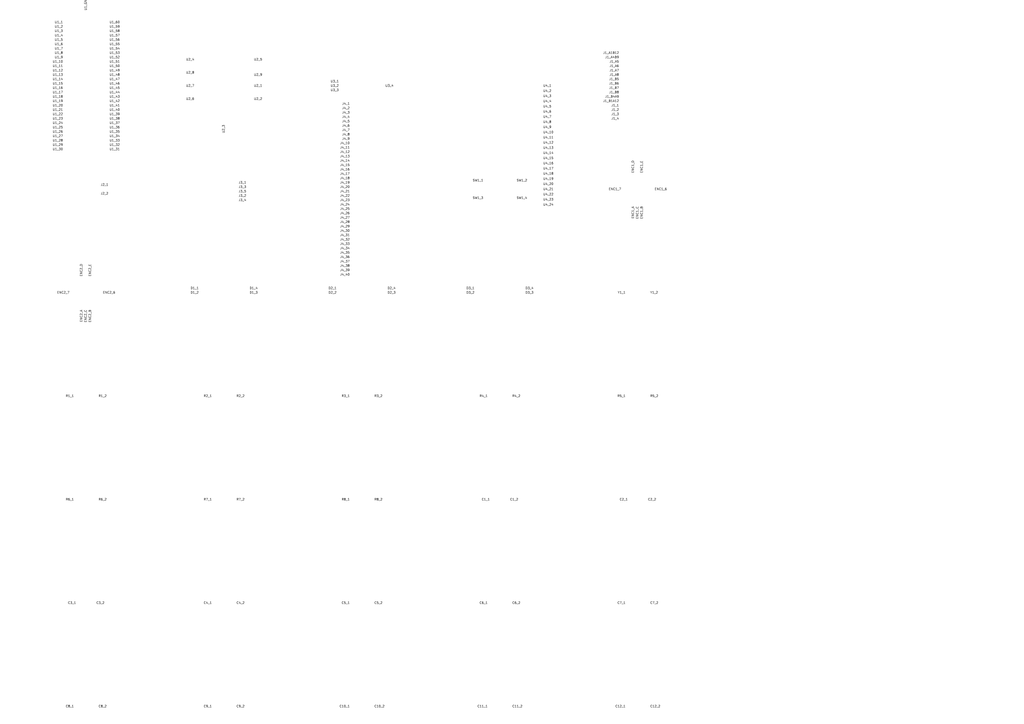
<source format=kicad_sch>
(kicad_sch (version 20231120) (generator "python_generator")
  (uuid "b05c8eee-109b-4124-b7a3-ad8ece115940")
  (paper "A2")
  (title_block
    (title "ESP32-S3 Radio Receiver - All Pins Labeled")
    (date "2025-12-16")
    (rev "1.0")
    (comment 1 "Generated with net labels on every pin")
  )
  (lib_symbols)

  (symbol (lib_id "JLCPCB:ESP32-S3-MINI-1-N8") (at 50.00 50.00 0)
    (uuid "06154c90-ba04-4e03-82ea-d5afb7cec098")
    (property "Reference" "U1" (at 50.00 40.00 0)
      (effects (font (size 1.27 1.27))))
    (property "Value" "ESP32-S3-MINI-1-N8" (at 50.00 60.00 0)
      (effects (font (size 1.27 1.27))))
    (property "Footprint" "JLCPCB:BULETM-SMD_ESP32-S3-MINI-1-N8" (at 50.00 62.00 0)
      (effects (font (size 1.27 1.27)) hide))
    (instances (project "" (path "/" (reference "U1") (unit 1))))
  )
  (label "U1_1" (at 36.57 13.17 180) (fields_autoplaced yes)
    (effects (font (size 1.27 1.27)) (justify right))
    (uuid "be487d76-216e-4033-bd1a-4b3578216d37"))
  (label "U1_2" (at 36.57 15.71 180) (fields_autoplaced yes)
    (effects (font (size 1.27 1.27)) (justify right))
    (uuid "cdc5409c-0414-46c0-9870-a86a263f781c"))
  (label "U1_3" (at 36.57 18.25 180) (fields_autoplaced yes)
    (effects (font (size 1.27 1.27)) (justify right))
    (uuid "325c4963-1cea-48e3-a58c-312e660725f2"))
  (label "U1_4" (at 36.57 20.79 180) (fields_autoplaced yes)
    (effects (font (size 1.27 1.27)) (justify right))
    (uuid "a6c1158e-bddb-4d6d-93b7-e1591bae3d60"))
  (label "U1_5" (at 36.57 23.33 180) (fields_autoplaced yes)
    (effects (font (size 1.27 1.27)) (justify right))
    (uuid "283e520e-fc4d-41c0-a8d9-77a096cc3172"))
  (label "U1_6" (at 36.57 25.87 180) (fields_autoplaced yes)
    (effects (font (size 1.27 1.27)) (justify right))
    (uuid "52186a09-b9d0-44f6-bf3b-6f7af970c58c"))
  (label "U1_7" (at 36.57 28.41 180) (fields_autoplaced yes)
    (effects (font (size 1.27 1.27)) (justify right))
    (uuid "02ca2fa3-263f-4208-a44c-b7cf52b04807"))
  (label "U1_8" (at 36.57 30.95 180) (fields_autoplaced yes)
    (effects (font (size 1.27 1.27)) (justify right))
    (uuid "6c724946-2790-44ab-9c8b-4b8c10f35f34"))
  (label "U1_9" (at 36.57 33.49 180) (fields_autoplaced yes)
    (effects (font (size 1.27 1.27)) (justify right))
    (uuid "29cafcee-d5ad-475f-a654-48f1320cdcae"))
  (label "U1_10" (at 36.57 36.03 180) (fields_autoplaced yes)
    (effects (font (size 1.27 1.27)) (justify right))
    (uuid "91f1c04d-4243-42ab-bb3a-71434144e3f7"))
  (label "U1_11" (at 36.57 38.57 180) (fields_autoplaced yes)
    (effects (font (size 1.27 1.27)) (justify right))
    (uuid "25b0ca0b-8ce8-43ec-ae54-93b1bfb80130"))
  (label "U1_12" (at 36.57 41.11 180) (fields_autoplaced yes)
    (effects (font (size 1.27 1.27)) (justify right))
    (uuid "dd2e8f58-3162-429c-9ac3-f7da90ef6d00"))
  (label "U1_13" (at 36.57 43.65 180) (fields_autoplaced yes)
    (effects (font (size 1.27 1.27)) (justify right))
    (uuid "5f82027e-4908-40c6-ad2a-85a0ba31f543"))
  (label "U1_14" (at 36.57 46.19 180) (fields_autoplaced yes)
    (effects (font (size 1.27 1.27)) (justify right))
    (uuid "ddeb4600-b4c6-46b0-ab4a-1c05bc553a46"))
  (label "U1_15" (at 36.57 48.73 180) (fields_autoplaced yes)
    (effects (font (size 1.27 1.27)) (justify right))
    (uuid "a9e4558b-487e-407a-add8-08d1ba9b28ee"))
  (label "U1_16" (at 36.57 51.27 180) (fields_autoplaced yes)
    (effects (font (size 1.27 1.27)) (justify right))
    (uuid "645e966b-0ee8-4a4e-a725-1a7f8dcd0463"))
  (label "U1_17" (at 36.57 53.81 180) (fields_autoplaced yes)
    (effects (font (size 1.27 1.27)) (justify right))
    (uuid "a59f57fa-14b3-4c06-9a81-896142486379"))
  (label "U1_18" (at 36.57 56.35 180) (fields_autoplaced yes)
    (effects (font (size 1.27 1.27)) (justify right))
    (uuid "6d4cc6cf-dcdd-4b9f-bca9-f8c87c6d8f48"))
  (label "U1_19" (at 36.57 58.89 180) (fields_autoplaced yes)
    (effects (font (size 1.27 1.27)) (justify right))
    (uuid "bbb4f642-5a23-4cd7-bce9-12239fde682e"))
  (label "U1_20" (at 36.57 61.43 180) (fields_autoplaced yes)
    (effects (font (size 1.27 1.27)) (justify right))
    (uuid "ca399d0b-69c8-4b4c-a01b-dd5e0f3da1e1"))
  (label "U1_21" (at 36.57 63.97 180) (fields_autoplaced yes)
    (effects (font (size 1.27 1.27)) (justify right))
    (uuid "2147431e-febd-4ec7-8c10-0f0fd75c8f4a"))
  (label "U1_22" (at 36.57 66.51 180) (fields_autoplaced yes)
    (effects (font (size 1.27 1.27)) (justify right))
    (uuid "28e035ff-8c15-4a6a-9b8c-dfc40741d086"))
  (label "U1_23" (at 36.57 69.05 180) (fields_autoplaced yes)
    (effects (font (size 1.27 1.27)) (justify right))
    (uuid "2fce3cb7-f9ed-4485-835f-c31eb227327b"))
  (label "U1_24" (at 36.57 71.59 180) (fields_autoplaced yes)
    (effects (font (size 1.27 1.27)) (justify right))
    (uuid "9cdb8f1a-af87-4e0e-bb3b-18bfa29af359"))
  (label "U1_25" (at 36.57 74.13 180) (fields_autoplaced yes)
    (effects (font (size 1.27 1.27)) (justify right))
    (uuid "2486ee96-79e3-43a3-b86a-bb47c9f2e5fe"))
  (label "U1_26" (at 36.57 76.67 180) (fields_autoplaced yes)
    (effects (font (size 1.27 1.27)) (justify right))
    (uuid "d70e9c13-a380-42ed-827a-888468123dbd"))
  (label "U1_27" (at 36.57 79.21 180) (fields_autoplaced yes)
    (effects (font (size 1.27 1.27)) (justify right))
    (uuid "cc5d9cd8-68a2-44cb-904d-f09f15b01a4f"))
  (label "U1_28" (at 36.57 81.75 180) (fields_autoplaced yes)
    (effects (font (size 1.27 1.27)) (justify right))
    (uuid "d05cade1-ad2a-4689-a388-c8b8e62bd7b9"))
  (label "U1_29" (at 36.57 84.29 180) (fields_autoplaced yes)
    (effects (font (size 1.27 1.27)) (justify right))
    (uuid "45d3c801-1504-453b-a18d-7c93123d4ad8"))
  (label "U1_30" (at 36.57 86.83 180) (fields_autoplaced yes)
    (effects (font (size 1.27 1.27)) (justify right))
    (uuid "4d1579de-b61d-48f4-8d5e-5787a96aa2dc"))
  (label "U1_31" (at 63.43 86.83 0) (fields_autoplaced yes)
    (effects (font (size 1.27 1.27)) (justify left))
    (uuid "07b8758d-3841-4490-90b6-bd11037c5e86"))
  (label "U1_32" (at 63.43 84.29 0) (fields_autoplaced yes)
    (effects (font (size 1.27 1.27)) (justify left))
    (uuid "3ced08ef-eb62-4b53-92e9-bbe7aa4153e0"))
  (label "U1_33" (at 63.43 81.75 0) (fields_autoplaced yes)
    (effects (font (size 1.27 1.27)) (justify left))
    (uuid "0070e4df-570b-4b8e-bcd4-68de67d81dc1"))
  (label "U1_34" (at 63.43 79.21 0) (fields_autoplaced yes)
    (effects (font (size 1.27 1.27)) (justify left))
    (uuid "08a182a2-64ea-46ff-b85b-58680a1cace8"))
  (label "U1_35" (at 63.43 76.67 0) (fields_autoplaced yes)
    (effects (font (size 1.27 1.27)) (justify left))
    (uuid "5622eafa-46e1-4e38-83cc-9d466175c04c"))
  (label "U1_36" (at 63.43 74.13 0) (fields_autoplaced yes)
    (effects (font (size 1.27 1.27)) (justify left))
    (uuid "372379da-edd6-4470-ad21-954e2a9e0e08"))
  (label "U1_37" (at 63.43 71.59 0) (fields_autoplaced yes)
    (effects (font (size 1.27 1.27)) (justify left))
    (uuid "634aa694-ec56-43d4-bd05-396e3aa06126"))
  (label "U1_38" (at 63.43 69.05 0) (fields_autoplaced yes)
    (effects (font (size 1.27 1.27)) (justify left))
    (uuid "347a582f-7aed-4567-a0b9-23f963a3dc60"))
  (label "U1_39" (at 63.43 66.51 0) (fields_autoplaced yes)
    (effects (font (size 1.27 1.27)) (justify left))
    (uuid "16d6b03a-1807-4810-8446-6abd3054d209"))
  (label "U1_40" (at 63.43 63.97 0) (fields_autoplaced yes)
    (effects (font (size 1.27 1.27)) (justify left))
    (uuid "f47ba46f-7bfd-4be6-ad57-fbf065751b6a"))
  (label "U1_41" (at 63.43 61.43 0) (fields_autoplaced yes)
    (effects (font (size 1.27 1.27)) (justify left))
    (uuid "603b6c75-49ec-485c-9c14-6ff36d8683de"))
  (label "U1_42" (at 63.43 58.89 0) (fields_autoplaced yes)
    (effects (font (size 1.27 1.27)) (justify left))
    (uuid "c59b3f18-42cd-47cc-9c8f-c84671bc0df9"))
  (label "U1_43" (at 63.43 56.35 0) (fields_autoplaced yes)
    (effects (font (size 1.27 1.27)) (justify left))
    (uuid "3e44a4af-1c04-4d42-b805-69c351b3a318"))
  (label "U1_44" (at 63.43 53.81 0) (fields_autoplaced yes)
    (effects (font (size 1.27 1.27)) (justify left))
    (uuid "2f6e5c05-235b-463f-a619-f091f623b0f9"))
  (label "U1_45" (at 63.43 51.27 0) (fields_autoplaced yes)
    (effects (font (size 1.27 1.27)) (justify left))
    (uuid "4516ce82-e5a4-4a8f-9e2b-2b681b6cc20b"))
  (label "U1_46" (at 63.43 48.73 0) (fields_autoplaced yes)
    (effects (font (size 1.27 1.27)) (justify left))
    (uuid "24fc4c60-8dc8-41c5-845e-c79812b4fdeb"))
  (label "U1_47" (at 63.43 46.19 0) (fields_autoplaced yes)
    (effects (font (size 1.27 1.27)) (justify left))
    (uuid "7356b410-ab0b-4e79-b9ce-564b18b68515"))
  (label "U1_48" (at 63.43 43.65 0) (fields_autoplaced yes)
    (effects (font (size 1.27 1.27)) (justify left))
    (uuid "8df014a9-a64d-4a1a-8870-a935e06346ec"))
  (label "U1_49" (at 63.43 41.11 0) (fields_autoplaced yes)
    (effects (font (size 1.27 1.27)) (justify left))
    (uuid "63a7ad25-1cc5-40fe-8f29-bed162f0b99c"))
  (label "U1_50" (at 63.43 38.57 0) (fields_autoplaced yes)
    (effects (font (size 1.27 1.27)) (justify left))
    (uuid "266576ce-b580-40de-92ea-d759d68337a3"))
  (label "U1_51" (at 63.43 36.03 0) (fields_autoplaced yes)
    (effects (font (size 1.27 1.27)) (justify left))
    (uuid "4f3724f4-9174-4614-b988-1d6d1cebeafe"))
  (label "U1_52" (at 63.43 33.49 0) (fields_autoplaced yes)
    (effects (font (size 1.27 1.27)) (justify left))
    (uuid "9eb7d051-4fdc-4f87-85c1-d86a2fa155de"))
  (label "U1_53" (at 63.43 30.95 0) (fields_autoplaced yes)
    (effects (font (size 1.27 1.27)) (justify left))
    (uuid "03583a1f-9b37-4052-969a-8a7121aefa8f"))
  (label "U1_54" (at 63.43 28.41 0) (fields_autoplaced yes)
    (effects (font (size 1.27 1.27)) (justify left))
    (uuid "9e98fe8a-074e-47c2-9097-7a4c3c9d1349"))
  (label "U1_55" (at 63.43 25.87 0) (fields_autoplaced yes)
    (effects (font (size 1.27 1.27)) (justify left))
    (uuid "b895c8e7-fadf-4b83-b5ca-acd16f58e290"))
  (label "U1_56" (at 63.43 23.33 0) (fields_autoplaced yes)
    (effects (font (size 1.27 1.27)) (justify left))
    (uuid "7a6143ea-b719-4817-a183-7a3e79808b02"))
  (label "U1_57" (at 63.43 20.79 0) (fields_autoplaced yes)
    (effects (font (size 1.27 1.27)) (justify left))
    (uuid "ddd97fda-b2ce-40f2-a875-3d89f9da786c"))
  (label "U1_58" (at 63.43 18.25 0) (fields_autoplaced yes)
    (effects (font (size 1.27 1.27)) (justify left))
    (uuid "2a522ebb-eebb-43b9-8dde-c020a1f15881"))
  (label "U1_59" (at 63.43 15.71 0) (fields_autoplaced yes)
    (effects (font (size 1.27 1.27)) (justify left))
    (uuid "17453d92-445f-4af6-921f-77452a2701d5"))
  (label "U1_60" (at 63.43 13.17 0) (fields_autoplaced yes)
    (effects (font (size 1.27 1.27)) (justify left))
    (uuid "16c31e01-851f-4240-b333-6ea5a151a2b7"))
  (label "U1_GND" (at 50.00 6.09 270) (fields_autoplaced yes)
    (effects (font (size 1.27 1.27)) (justify left))
    (uuid "b6d9e979-bb1e-44a5-9e58-0bd2c8c32544"))
  (symbol (lib_id "JLCPCB:TP4056") (at 130.00 50.00 0)
    (uuid "39fb7e22-ad1f-44c9-879b-752af71b42e1")
    (property "Reference" "U2" (at 130.00 40.00 0)
      (effects (font (size 1.27 1.27))))
    (property "Value" "TP4056" (at 130.00 60.00 0)
      (effects (font (size 1.27 1.27))))
    (property "Footprint" "JLCPCB:ESOP-8_L4.9-W3.9-P1.27-LS6.0-BL-EP" (at 130.00 62.00 0)
      (effects (font (size 1.27 1.27)) hide))
    (instances (project "" (path "/" (reference "U2") (unit 1))))
  )
  (label "U2_5" (at 147.24 34.76 0) (fields_autoplaced yes)
    (effects (font (size 1.27 1.27)) (justify left))
    (uuid "b93beb94-bded-4fd9-bae0-ca86e608889e"))
  (label "U2_1" (at 147.24 50.00 0) (fields_autoplaced yes)
    (effects (font (size 1.27 1.27)) (justify left))
    (uuid "b5d29191-50d5-413f-9c6c-2524a7077737"))
  (label "U2_2" (at 147.24 57.62 0) (fields_autoplaced yes)
    (effects (font (size 1.27 1.27)) (justify left))
    (uuid "bbad4aa0-0f86-4851-bd80-626be1562891"))
  (label "U2_3" (at 130.00 72.32 270) (fields_autoplaced yes)
    (effects (font (size 1.27 1.27)) (justify right))
    (uuid "4f2c29ea-7d19-434f-a5ff-a4a64f639102"))
  (label "U2_4" (at 112.76 34.76 180) (fields_autoplaced yes)
    (effects (font (size 1.27 1.27)) (justify right))
    (uuid "ef6062a6-10d8-42ca-8a44-0456b7c6e5a2"))
  (label "U2_8" (at 112.76 42.38 180) (fields_autoplaced yes)
    (effects (font (size 1.27 1.27)) (justify right))
    (uuid "771e44b8-bdd7-403d-b924-ea3b7a2c4b87"))
  (label "U2_7" (at 112.76 50.00 180) (fields_autoplaced yes)
    (effects (font (size 1.27 1.27)) (justify right))
    (uuid "5cd32c94-1d6b-4fa5-9f52-147596e152ee"))
  (label "U2_6" (at 112.76 57.62 180) (fields_autoplaced yes)
    (effects (font (size 1.27 1.27)) (justify right))
    (uuid "080c920f-d723-489a-90bf-f03e6c8f6af6"))
  (label "U2_9" (at 147.24 43.65 0) (fields_autoplaced yes)
    (effects (font (size 1.27 1.27)) (justify left))
    (uuid "2f85970a-d30b-4b0b-a5a9-2e47e379e619"))
  (symbol (lib_id "JLCPCB:AMS1117-3_3") (at 210.00 50.00 0)
    (uuid "77d60911-45fb-422a-b407-122199f16456")
    (property "Reference" "U3" (at 210.00 40.00 0)
      (effects (font (size 1.27 1.27))))
    (property "Value" "AMS1117-3_3" (at 210.00 60.00 0)
      (effects (font (size 1.27 1.27))))
    (property "Footprint" "JLCPCB:SOT-223-3_L6.5-W3.4-P2.30-LS7.0-BR" (at 210.00 62.00 0)
      (effects (font (size 1.27 1.27)) hide))
    (instances (project "" (path "/" (reference "U3") (unit 1))))
  )
  (label "U3_1" (at 196.57 47.46 180) (fields_autoplaced yes)
    (effects (font (size 1.27 1.27)) (justify right))
    (uuid "a6c78d14-5a2f-4299-b2c6-42c440d64521"))
  (label "U3_2" (at 196.57 50.00 180) (fields_autoplaced yes)
    (effects (font (size 1.27 1.27)) (justify right))
    (uuid "bc0c59ad-c1ee-4911-a33c-ddb9ba9a1081"))
  (label "U3_3" (at 196.57 52.54 180) (fields_autoplaced yes)
    (effects (font (size 1.27 1.27)) (justify right))
    (uuid "ad018624-ed5c-4b52-8e01-fd98263fdda2"))
  (label "U3_4" (at 223.43 50.00 0) (fields_autoplaced yes)
    (effects (font (size 1.27 1.27)) (justify left))
    (uuid "813b5e9f-4e65-466e-90fe-714171880403"))
  (symbol (lib_id "Interface_Expansion:SI4735-D60-GU") (at 290.00 50.00 0)
    (uuid "8c1279a8-9473-4935-be88-fc0c9aab46dc")
    (property "Reference" "U4" (at 290.00 40.00 0)
      (effects (font (size 1.27 1.27))))
    (property "Value" "SI4735-D60-GU" (at 290.00 60.00 0)
      (effects (font (size 1.27 1.27))))
    (property "Footprint" "Package_SO:SSOP-24_5.3x8.2mm_P0.65mm" (at 290.00 62.00 0)
      (effects (font (size 1.27 1.27)) hide))
    (instances (project "" (path "/" (reference "U4") (unit 1))))
  )
  (label "U4_1" (at 315.00 50.00 0) (fields_autoplaced yes)
    (effects (font (size 1.27 1.27)) (justify left))
    (uuid "5129f9cb-1959-4b56-836f-89dba0ba25a3"))
  (label "U4_2" (at 315.00 53.00 0) (fields_autoplaced yes)
    (effects (font (size 1.27 1.27)) (justify left))
    (uuid "e99cbbde-cfbb-4675-a97a-a3b05bc0173a"))
  (label "U4_3" (at 315.00 56.00 0) (fields_autoplaced yes)
    (effects (font (size 1.27 1.27)) (justify left))
    (uuid "17d57318-3b31-4b32-bf2e-48a1b23554fd"))
  (label "U4_4" (at 315.00 59.00 0) (fields_autoplaced yes)
    (effects (font (size 1.27 1.27)) (justify left))
    (uuid "8841b066-d8a2-4e5e-aa7e-6741da1e3fab"))
  (label "U4_5" (at 315.00 62.00 0) (fields_autoplaced yes)
    (effects (font (size 1.27 1.27)) (justify left))
    (uuid "4f83b8f5-5657-4c9c-ae3b-26b2bf32cfc0"))
  (label "U4_6" (at 315.00 65.00 0) (fields_autoplaced yes)
    (effects (font (size 1.27 1.27)) (justify left))
    (uuid "cecaf86b-6b4d-4989-bf19-cb509ff1a882"))
  (label "U4_7" (at 315.00 68.00 0) (fields_autoplaced yes)
    (effects (font (size 1.27 1.27)) (justify left))
    (uuid "e241942b-049d-4ce7-b94a-7d2317e11828"))
  (label "U4_8" (at 315.00 71.00 0) (fields_autoplaced yes)
    (effects (font (size 1.27 1.27)) (justify left))
    (uuid "e344d94b-f063-4d22-a90c-69a1a77eae29"))
  (label "U4_9" (at 315.00 74.00 0) (fields_autoplaced yes)
    (effects (font (size 1.27 1.27)) (justify left))
    (uuid "b801e9d6-c3d9-4836-bc3b-80666a3a7abe"))
  (label "U4_10" (at 315.00 77.00 0) (fields_autoplaced yes)
    (effects (font (size 1.27 1.27)) (justify left))
    (uuid "4b65d8e8-150d-48d7-b13a-ca6b3ef0b86f"))
  (label "U4_11" (at 315.00 80.00 0) (fields_autoplaced yes)
    (effects (font (size 1.27 1.27)) (justify left))
    (uuid "8aa6ec90-c02d-4946-a078-9c9d45ed1387"))
  (label "U4_12" (at 315.00 83.00 0) (fields_autoplaced yes)
    (effects (font (size 1.27 1.27)) (justify left))
    (uuid "d7837d74-53f0-4b4b-9528-78c5506214cf"))
  (label "U4_13" (at 315.00 86.00 0) (fields_autoplaced yes)
    (effects (font (size 1.27 1.27)) (justify left))
    (uuid "5639e103-d7b2-4bb8-b803-ed8268c29e78"))
  (label "U4_14" (at 315.00 89.00 0) (fields_autoplaced yes)
    (effects (font (size 1.27 1.27)) (justify left))
    (uuid "1bef3262-7c31-447d-b4a4-50ea4f1ba272"))
  (label "U4_15" (at 315.00 92.00 0) (fields_autoplaced yes)
    (effects (font (size 1.27 1.27)) (justify left))
    (uuid "6c10ffb0-fb27-4d79-b40b-71021b1454d4"))
  (label "U4_16" (at 315.00 95.00 0) (fields_autoplaced yes)
    (effects (font (size 1.27 1.27)) (justify left))
    (uuid "2d4f1bee-5362-452c-8ba6-110a99fd4c38"))
  (label "U4_17" (at 315.00 98.00 0) (fields_autoplaced yes)
    (effects (font (size 1.27 1.27)) (justify left))
    (uuid "30b64e3a-be49-49eb-b1b7-6f2df92bcef4"))
  (label "U4_18" (at 315.00 101.00 0) (fields_autoplaced yes)
    (effects (font (size 1.27 1.27)) (justify left))
    (uuid "e4bacf7a-340e-471b-bba1-cdf29597f50d"))
  (label "U4_19" (at 315.00 104.00 0) (fields_autoplaced yes)
    (effects (font (size 1.27 1.27)) (justify left))
    (uuid "e2a3994b-260a-4405-911f-e6dac2422646"))
  (label "U4_20" (at 315.00 107.00 0) (fields_autoplaced yes)
    (effects (font (size 1.27 1.27)) (justify left))
    (uuid "76512d8f-3308-4a9d-8afb-af1b44e0bf4a"))
  (label "U4_21" (at 315.00 110.00 0) (fields_autoplaced yes)
    (effects (font (size 1.27 1.27)) (justify left))
    (uuid "16dacd99-4035-4aec-bced-37f62e9cb3a4"))
  (label "U4_22" (at 315.00 113.00 0) (fields_autoplaced yes)
    (effects (font (size 1.27 1.27)) (justify left))
    (uuid "33d1b7d5-5263-4b95-a248-dcc897a0535a"))
  (label "U4_23" (at 315.00 116.00 0) (fields_autoplaced yes)
    (effects (font (size 1.27 1.27)) (justify left))
    (uuid "49168b8c-0093-4628-b146-5508eea26bbb"))
  (label "U4_24" (at 315.00 119.00 0) (fields_autoplaced yes)
    (effects (font (size 1.27 1.27)) (justify left))
    (uuid "e953026a-c8b3-434d-8920-abc768120747"))
  (symbol (lib_id "JLCPCB:TYPE-C16PIN") (at 370.00 50.00 0)
    (uuid "c7baccd6-d022-42fd-9458-f855c9a8ba91")
    (property "Reference" "J1" (at 370.00 40.00 0)
      (effects (font (size 1.27 1.27))))
    (property "Value" "TYPE-C16PIN" (at 370.00 60.00 0)
      (effects (font (size 1.27 1.27))))
    (property "Footprint" "JLCPCB:USB-C-SMD_TYPE-C16PIN" (at 370.00 62.00 0)
      (effects (font (size 1.27 1.27)) hide))
    (instances (project "" (path "/" (reference "J1") (unit 1))))
  )
  (label "J1_A1B12" (at 359.11 30.95 180) (fields_autoplaced yes)
    (effects (font (size 1.27 1.27)) (justify right))
    (uuid "0455a307-36ad-47d7-a6af-6ed03dd822f5"))
  (label "J1_A4B9" (at 359.11 33.49 180) (fields_autoplaced yes)
    (effects (font (size 1.27 1.27)) (justify right))
    (uuid "706dff4b-1e9c-4cfb-9970-c446ff8b8425"))
  (label "J1_A5" (at 359.11 36.03 180) (fields_autoplaced yes)
    (effects (font (size 1.27 1.27)) (justify right))
    (uuid "a0a6d188-6910-46d6-ab21-a9c0e175b2f3"))
  (label "J1_A6" (at 359.11 38.57 180) (fields_autoplaced yes)
    (effects (font (size 1.27 1.27)) (justify right))
    (uuid "b44fdce2-8303-4d46-a21f-ffe242cf3c20"))
  (label "J1_A7" (at 359.11 41.11 180) (fields_autoplaced yes)
    (effects (font (size 1.27 1.27)) (justify right))
    (uuid "a53d2763-cd5c-4cdd-bad7-98d88d601db6"))
  (label "J1_A8" (at 359.11 43.65 180) (fields_autoplaced yes)
    (effects (font (size 1.27 1.27)) (justify right))
    (uuid "eadfaa79-6751-4d00-9019-b29912c8ad8a"))
  (label "J1_B5" (at 359.11 46.19 180) (fields_autoplaced yes)
    (effects (font (size 1.27 1.27)) (justify right))
    (uuid "1fc91cc7-422e-4a0a-a503-21f05615f750"))
  (label "J1_B6" (at 359.11 48.73 180) (fields_autoplaced yes)
    (effects (font (size 1.27 1.27)) (justify right))
    (uuid "10f89711-7e84-4b11-be6d-d611ee3f08a7"))
  (label "J1_B7" (at 359.11 51.27 180) (fields_autoplaced yes)
    (effects (font (size 1.27 1.27)) (justify right))
    (uuid "ade2c298-0303-4842-8cab-6259ab77a458"))
  (label "J1_B8" (at 359.11 53.81 180) (fields_autoplaced yes)
    (effects (font (size 1.27 1.27)) (justify right))
    (uuid "d5c818be-e660-4078-a830-379d905c9c6a"))
  (label "J1_B4A9" (at 359.11 56.35 180) (fields_autoplaced yes)
    (effects (font (size 1.27 1.27)) (justify right))
    (uuid "2f245adf-f10b-4d48-a596-6baf94482f7a"))
  (label "J1_B1A12" (at 359.11 58.89 180) (fields_autoplaced yes)
    (effects (font (size 1.27 1.27)) (justify right))
    (uuid "03b12c14-f6ea-40f6-b8e2-c2c99d337ca8"))
  (label "J1_1" (at 359.11 61.43 180) (fields_autoplaced yes)
    (effects (font (size 1.27 1.27)) (justify right))
    (uuid "02b33456-ef9b-4099-a946-42cf0e390eec"))
  (label "J1_2" (at 359.11 63.97 180) (fields_autoplaced yes)
    (effects (font (size 1.27 1.27)) (justify right))
    (uuid "d1348186-fe41-41d8-991e-44a29c46d0bb"))
  (label "J1_3" (at 359.11 66.51 180) (fields_autoplaced yes)
    (effects (font (size 1.27 1.27)) (justify right))
    (uuid "d4ac3d06-1ac2-466b-ad7f-199e2f033765"))
  (label "J1_4" (at 359.11 69.05 180) (fields_autoplaced yes)
    (effects (font (size 1.27 1.27)) (justify right))
    (uuid "14b40ecd-7d1c-436b-8fa4-f8fd8237f301"))
  (symbol (lib_id "JLCPCB:B2B-PH-K-S(LF)(SN)") (at 50.00 110.00 0)
    (uuid "6701eca5-1fdf-46a9-8a53-5a64c1bb7ee3")
    (property "Reference" "J2" (at 50.00 100.00 0)
      (effects (font (size 1.27 1.27))))
    (property "Value" "B2B-PH-K-S(LF)(SN)" (at 50.00 120.00 0)
      (effects (font (size 1.27 1.27))))
    (property "Footprint" "JLCPCB:CONN-TH_B2B-PH-K-S" (at 50.00 122.00 0)
      (effects (font (size 1.27 1.27)) hide))
    (instances (project "" (path "/" (reference "J2") (unit 1))))
  )
  (label "J2_1" (at 58.35 107.46 0) (fields_autoplaced yes)
    (effects (font (size 1.27 1.27)) (justify left))
    (uuid "0d7b2431-0a66-4148-bbf8-36546659de30"))
  (label "J2_2" (at 58.35 112.54 0) (fields_autoplaced yes)
    (effects (font (size 1.27 1.27)) (justify left))
    (uuid "8265296f-2dff-4242-8320-0e2bd8e7b329"))
  (symbol (lib_id "JLCPCB:PJ-227-5A") (at 130.00 110.00 0)
    (uuid "bbcbf0cb-a426-48b6-8502-dd5f1f3fe19c")
    (property "Reference" "J3" (at 130.00 100.00 0)
      (effects (font (size 1.27 1.27))))
    (property "Value" "PJ-227-5A" (at 130.00 120.00 0)
      (effects (font (size 1.27 1.27))))
    (property "Footprint" "JLCPCB:AUDIO-SMD_PJ-227-5A" (at 130.00 122.00 0)
      (effects (font (size 1.27 1.27)) hide))
    (instances (project "" (path "/" (reference "J3") (unit 1))))
  )
  (label "J3_1" (at 138.35 106.19 0) (fields_autoplaced yes)
    (effects (font (size 1.27 1.27)) (justify left))
    (uuid "3f5ac09a-d760-424b-a9e8-db9377817b62"))
  (label "J3_2" (at 138.35 113.81 0) (fields_autoplaced yes)
    (effects (font (size 1.27 1.27)) (justify left))
    (uuid "1fa39770-5cfc-4d10-b02e-4d572c02e25c"))
  (label "J3_3" (at 138.35 108.73 0) (fields_autoplaced yes)
    (effects (font (size 1.27 1.27)) (justify left))
    (uuid "bda6be77-4dc1-48f9-92df-23053f82054d"))
  (label "J3_4" (at 138.35 116.35 0) (fields_autoplaced yes)
    (effects (font (size 1.27 1.27)) (justify left))
    (uuid "fe1fa9ba-5111-4022-ab9e-6fb3ff6d9a71"))
  (label "J3_5" (at 138.35 111.27 0) (fields_autoplaced yes)
    (effects (font (size 1.27 1.27)) (justify left))
    (uuid "6eb89a2b-e597-4e53-981e-bba234283691"))
  (symbol (lib_id "JLCPCB:Header-Male-2_54_1x40") (at 210.00 110.00 0)
    (uuid "b5341ed2-515f-4582-a506-8cbee5012611")
    (property "Reference" "J4" (at 210.00 100.00 0)
      (effects (font (size 1.27 1.27))))
    (property "Value" "Header-Male-2_54_1x40" (at 210.00 120.00 0)
      (effects (font (size 1.27 1.27))))
    (property "Footprint" "Connector_PinHeader_2.54mm:PinHeader_1x04_P2.54mm_Vertical" (at 210.00 122.00 0)
      (effects (font (size 1.27 1.27)) hide))
    (instances (project "" (path "/" (reference "J4") (unit 1))))
  )
  (label "J4_1" (at 202.92 60.47 180) (fields_autoplaced yes)
    (effects (font (size 1.27 1.27)) (justify right))
    (uuid "b7d449fb-4664-428f-91be-98f894053ec2"))
  (label "J4_2" (at 202.92 63.01 180) (fields_autoplaced yes)
    (effects (font (size 1.27 1.27)) (justify right))
    (uuid "d21c4624-546e-4579-85df-9558b2b162ce"))
  (label "J4_3" (at 202.92 65.55 180) (fields_autoplaced yes)
    (effects (font (size 1.27 1.27)) (justify right))
    (uuid "0eb94bb4-d185-4801-a2e2-31b278e2f183"))
  (label "J4_4" (at 202.92 68.09 180) (fields_autoplaced yes)
    (effects (font (size 1.27 1.27)) (justify right))
    (uuid "9bb888e0-b2d1-4464-84df-af08928780df"))
  (label "J4_5" (at 202.92 70.63 180) (fields_autoplaced yes)
    (effects (font (size 1.27 1.27)) (justify right))
    (uuid "998ce935-f582-44d4-915a-3a4ca11bb814"))
  (label "J4_6" (at 202.92 73.17 180) (fields_autoplaced yes)
    (effects (font (size 1.27 1.27)) (justify right))
    (uuid "d43fdd9a-af9d-476a-98fa-a8c41964c0db"))
  (label "J4_7" (at 202.92 75.71 180) (fields_autoplaced yes)
    (effects (font (size 1.27 1.27)) (justify right))
    (uuid "e60ae8ad-6719-4644-9b36-76f9922ce72b"))
  (label "J4_8" (at 202.92 78.25 180) (fields_autoplaced yes)
    (effects (font (size 1.27 1.27)) (justify right))
    (uuid "7c4db2c6-d543-435e-b0c7-b1947f364121"))
  (label "J4_9" (at 202.92 80.79 180) (fields_autoplaced yes)
    (effects (font (size 1.27 1.27)) (justify right))
    (uuid "1f5cccb3-8f35-45b6-bd6c-7e5e16815624"))
  (label "J4_10" (at 202.92 83.33 180) (fields_autoplaced yes)
    (effects (font (size 1.27 1.27)) (justify right))
    (uuid "af264f1f-550d-4145-a1a6-39503f77798c"))
  (label "J4_11" (at 202.92 85.87 180) (fields_autoplaced yes)
    (effects (font (size 1.27 1.27)) (justify right))
    (uuid "06d0b05c-16fc-4b10-b7cc-ec90721f27dc"))
  (label "J4_12" (at 202.92 88.41 180) (fields_autoplaced yes)
    (effects (font (size 1.27 1.27)) (justify right))
    (uuid "1d737cda-6ec9-421b-a8bf-7c4d9567eb65"))
  (label "J4_13" (at 202.92 90.95 180) (fields_autoplaced yes)
    (effects (font (size 1.27 1.27)) (justify right))
    (uuid "0fa99aa7-0376-4c83-ade8-025948cd18cc"))
  (label "J4_14" (at 202.92 93.49 180) (fields_autoplaced yes)
    (effects (font (size 1.27 1.27)) (justify right))
    (uuid "8d3784a2-7bbf-461e-ad97-5deb81d5ddd9"))
  (label "J4_15" (at 202.92 96.03 180) (fields_autoplaced yes)
    (effects (font (size 1.27 1.27)) (justify right))
    (uuid "57ace12b-3b3a-4289-a786-3d917a9f6977"))
  (label "J4_16" (at 202.92 98.57 180) (fields_autoplaced yes)
    (effects (font (size 1.27 1.27)) (justify right))
    (uuid "b2373df5-2e3d-4975-8964-dda29f92278b"))
  (label "J4_17" (at 202.92 101.11 180) (fields_autoplaced yes)
    (effects (font (size 1.27 1.27)) (justify right))
    (uuid "ef2d516e-047d-4edb-9fed-8e86335bc4a7"))
  (label "J4_18" (at 202.92 103.65 180) (fields_autoplaced yes)
    (effects (font (size 1.27 1.27)) (justify right))
    (uuid "bbbaf170-ff94-4f1c-a85a-6163acb0fe9f"))
  (label "J4_19" (at 202.92 106.19 180) (fields_autoplaced yes)
    (effects (font (size 1.27 1.27)) (justify right))
    (uuid "392d6971-87c5-4c72-8e94-16703e164741"))
  (label "J4_20" (at 202.92 108.73 180) (fields_autoplaced yes)
    (effects (font (size 1.27 1.27)) (justify right))
    (uuid "5e373cee-c3c3-46d1-a5e6-2ed358b854a6"))
  (label "J4_21" (at 202.92 111.27 180) (fields_autoplaced yes)
    (effects (font (size 1.27 1.27)) (justify right))
    (uuid "0be6dbfb-f312-4745-8724-8fad1d30aaa3"))
  (label "J4_22" (at 202.92 113.81 180) (fields_autoplaced yes)
    (effects (font (size 1.27 1.27)) (justify right))
    (uuid "27a8b410-401b-4ea0-b0b5-5ae28abe5ba8"))
  (label "J4_23" (at 202.92 116.35 180) (fields_autoplaced yes)
    (effects (font (size 1.27 1.27)) (justify right))
    (uuid "d946c8f3-4466-4bd0-b27a-333dfb851e44"))
  (label "J4_24" (at 202.92 118.89 180) (fields_autoplaced yes)
    (effects (font (size 1.27 1.27)) (justify right))
    (uuid "4b162fda-6712-4a6d-a4ed-128ad2d4df7d"))
  (label "J4_25" (at 202.92 121.43 180) (fields_autoplaced yes)
    (effects (font (size 1.27 1.27)) (justify right))
    (uuid "eb550376-6c28-4ea9-8dbc-a087d940a2bc"))
  (label "J4_26" (at 202.92 123.97 180) (fields_autoplaced yes)
    (effects (font (size 1.27 1.27)) (justify right))
    (uuid "4103b8b9-5e6c-4a6d-b032-30ab1e7a73e1"))
  (label "J4_27" (at 202.92 126.51 180) (fields_autoplaced yes)
    (effects (font (size 1.27 1.27)) (justify right))
    (uuid "77e763db-0ff5-410d-8b61-0fb4e1fa8a78"))
  (label "J4_28" (at 202.92 129.05 180) (fields_autoplaced yes)
    (effects (font (size 1.27 1.27)) (justify right))
    (uuid "1ecf09fb-0626-4b62-bf1c-fbf7f08dca96"))
  (label "J4_29" (at 202.92 131.59 180) (fields_autoplaced yes)
    (effects (font (size 1.27 1.27)) (justify right))
    (uuid "c55c7dd9-901c-4be6-950f-356d01953490"))
  (label "J4_30" (at 202.92 134.13 180) (fields_autoplaced yes)
    (effects (font (size 1.27 1.27)) (justify right))
    (uuid "874b891e-ab88-47f1-a364-75cf3368f729"))
  (label "J4_31" (at 202.92 136.67 180) (fields_autoplaced yes)
    (effects (font (size 1.27 1.27)) (justify right))
    (uuid "e01aa51a-02ab-4209-bf64-6c080dc8a15b"))
  (label "J4_32" (at 202.92 139.21 180) (fields_autoplaced yes)
    (effects (font (size 1.27 1.27)) (justify right))
    (uuid "afc81b9b-ddcb-451e-8cb5-99736a190131"))
  (label "J4_33" (at 202.92 141.75 180) (fields_autoplaced yes)
    (effects (font (size 1.27 1.27)) (justify right))
    (uuid "6fb9ad19-35d0-478e-ac99-950d1930539a"))
  (label "J4_34" (at 202.92 144.29 180) (fields_autoplaced yes)
    (effects (font (size 1.27 1.27)) (justify right))
    (uuid "9f07ecaf-05bd-4c2e-8845-0fb70aab0adb"))
  (label "J4_35" (at 202.92 146.83 180) (fields_autoplaced yes)
    (effects (font (size 1.27 1.27)) (justify right))
    (uuid "41c57494-e0b5-4908-9433-902c74906118"))
  (label "J4_36" (at 202.92 149.37 180) (fields_autoplaced yes)
    (effects (font (size 1.27 1.27)) (justify right))
    (uuid "5da10dd0-0ab7-4b22-b6f4-dd2a524e9680"))
  (label "J4_37" (at 202.92 151.91 180) (fields_autoplaced yes)
    (effects (font (size 1.27 1.27)) (justify right))
    (uuid "39353bb2-cb54-4d34-8993-5f7b52564797"))
  (label "J4_38" (at 202.92 154.45 180) (fields_autoplaced yes)
    (effects (font (size 1.27 1.27)) (justify right))
    (uuid "cfe70c4c-f44b-45c5-8932-7c3d1ccc182d"))
  (label "J4_39" (at 202.92 156.99 180) (fields_autoplaced yes)
    (effects (font (size 1.27 1.27)) (justify right))
    (uuid "96c4b46f-bb21-42c1-a6a4-6c93fedc03da"))
  (label "J4_40" (at 202.92 159.53 180) (fields_autoplaced yes)
    (effects (font (size 1.27 1.27)) (justify right))
    (uuid "e7a0234d-b0a2-4a31-96b0-92893ac14f8d"))
  (symbol (lib_id "JLCPCB:K2-1102SP-C4SC-04") (at 290.00 110.00 0)
    (uuid "4005802f-65fe-43ff-9db7-b31a4426dd24")
    (property "Reference" "SW1" (at 290.00 100.00 0)
      (effects (font (size 1.27 1.27))))
    (property "Value" "K2-1102SP-C4SC-04" (at 290.00 120.00 0)
      (effects (font (size 1.27 1.27))))
    (property "Footprint" "JLCPCB:KEY-SMD_4P-L6.0-W6.0-P4.50-LS9.5-BL" (at 290.00 122.00 0)
      (effects (font (size 1.27 1.27)) hide))
    (instances (project "" (path "/" (reference "SW1") (unit 1))))
  )
  (label "SW1_4" (at 299.62 115.08 0) (fields_autoplaced yes)
    (effects (font (size 1.27 1.27)) (justify left))
    (uuid "3feec6e6-1cbf-457f-a9c8-715adadc159f"))
  (label "SW1_3" (at 280.38 115.08 180) (fields_autoplaced yes)
    (effects (font (size 1.27 1.27)) (justify right))
    (uuid "affdc825-32bb-4cd6-8f8a-39148f2fe9a0"))
  (label "SW1_2" (at 299.62 104.92 0) (fields_autoplaced yes)
    (effects (font (size 1.27 1.27)) (justify left))
    (uuid "eb1cd9b6-c130-45a7-af59-1b8feefa95df"))
  (label "SW1_1" (at 280.38 104.92 180) (fields_autoplaced yes)
    (effects (font (size 1.27 1.27)) (justify right))
    (uuid "b01e2ea5-d5eb-47d9-b749-c3b5e02942fa"))
  (symbol (lib_id "JLCPCB:EC11E18244A5") (at 370.00 110.00 0)
    (uuid "3b84926c-58ea-42e6-a46f-59b956002bef")
    (property "Reference" "ENC1" (at 370.00 100.00 0)
      (effects (font (size 1.27 1.27))))
    (property "Value" "EC11E18244A5" (at 370.00 120.00 0)
      (effects (font (size 1.27 1.27))))
    (property "Footprint" "JLCPCB:SW-TH_EC11E18244A5" (at 370.00 122.00 0)
      (effects (font (size 1.27 1.27)) hide))
    (instances (project "" (path "/" (reference "ENC1") (unit 1))))
  )
  (label "ENC1_A" (at 367.46 119.62 270) (fields_autoplaced yes)
    (effects (font (size 1.27 1.27)) (justify right))
    (uuid "dccf5581-989e-4a44-ab48-249e6cc877dc"))
  (label "ENC1_B" (at 372.54 119.62 270) (fields_autoplaced yes)
    (effects (font (size 1.27 1.27)) (justify right))
    (uuid "1780b4da-811e-40cd-b609-bffe1f2f9805"))
  (label "ENC1_C" (at 370.00 119.62 270) (fields_autoplaced yes)
    (effects (font (size 1.27 1.27)) (justify right))
    (uuid "bde8fe4c-08ef-4d34-95bf-325fbe48106c"))
  (label "ENC1_D" (at 367.46 100.38 270) (fields_autoplaced yes)
    (effects (font (size 1.27 1.27)) (justify left))
    (uuid "0768f38b-ebc6-48f4-9071-90dfc17d91bc"))
  (label "ENC1_E" (at 372.54 100.38 270) (fields_autoplaced yes)
    (effects (font (size 1.27 1.27)) (justify left))
    (uuid "b535a857-8ac7-4c35-ace2-0e3b478179c6"))
  (label "ENC1_6" (at 379.62 110.00 0) (fields_autoplaced yes)
    (effects (font (size 1.27 1.27)) (justify left))
    (uuid "d62e193e-cd2b-42dc-affe-ec30f6c15e88"))
  (label "ENC1_7" (at 360.38 110.00 180) (fields_autoplaced yes)
    (effects (font (size 1.27 1.27)) (justify right))
    (uuid "0f014d7f-def1-436b-97f3-6d0ccb9c9cc0"))
  (symbol (lib_id "JLCPCB:EC11E18244A5") (at 50.00 170.00 0)
    (uuid "e8e506d8-47dd-4381-a194-e0c46c1de382")
    (property "Reference" "ENC2" (at 50.00 160.00 0)
      (effects (font (size 1.27 1.27))))
    (property "Value" "EC11E18244A5" (at 50.00 180.00 0)
      (effects (font (size 1.27 1.27))))
    (property "Footprint" "JLCPCB:SW-TH_EC11E18244A5" (at 50.00 182.00 0)
      (effects (font (size 1.27 1.27)) hide))
    (instances (project "" (path "/" (reference "ENC2") (unit 1))))
  )
  (label "ENC2_A" (at 47.46 179.62 270) (fields_autoplaced yes)
    (effects (font (size 1.27 1.27)) (justify right))
    (uuid "32d1bba8-7349-44a9-993a-59d1b5436974"))
  (label "ENC2_B" (at 52.54 179.62 270) (fields_autoplaced yes)
    (effects (font (size 1.27 1.27)) (justify right))
    (uuid "1aa13784-f1df-4ec3-b8b9-d89dedde9855"))
  (label "ENC2_C" (at 50.00 179.62 270) (fields_autoplaced yes)
    (effects (font (size 1.27 1.27)) (justify right))
    (uuid "9dcdc248-e36a-421e-81de-e2f8818b9806"))
  (label "ENC2_D" (at 47.46 160.38 270) (fields_autoplaced yes)
    (effects (font (size 1.27 1.27)) (justify left))
    (uuid "8c766b7f-e599-409f-9c0c-14f2a594ca63"))
  (label "ENC2_E" (at 52.54 160.38 270) (fields_autoplaced yes)
    (effects (font (size 1.27 1.27)) (justify left))
    (uuid "8f89b0b4-356b-4a0b-b42b-a419c3a3a56f"))
  (label "ENC2_6" (at 59.62 170.00 0) (fields_autoplaced yes)
    (effects (font (size 1.27 1.27)) (justify left))
    (uuid "ef57f99b-39a9-4794-bae3-a4ae72f85180"))
  (label "ENC2_7" (at 40.38 170.00 180) (fields_autoplaced yes)
    (effects (font (size 1.27 1.27)) (justify right))
    (uuid "09c034ea-6e26-4e0f-a42d-d3103f997d04"))
  (symbol (lib_id "JLCPCB:WS2812B-B{slash}W") (at 130.00 170.00 0)
    (uuid "9670a706-387a-4f76-ae0a-bc2a823cb865")
    (property "Reference" "D1" (at 130.00 160.00 0)
      (effects (font (size 1.27 1.27))))
    (property "Value" "WS2812B-B{slash}W" (at 130.00 180.00 0)
      (effects (font (size 1.27 1.27))))
    (property "Footprint" "JLCPCB:LED-SMD_4P-L5.0-W5.0-TL_WS2812B-B" (at 130.00 182.00 0)
      (effects (font (size 1.27 1.27)) hide))
    (instances (project "" (path "/" (reference "D1") (unit 1))))
  )
  (label "D1_1" (at 115.30 167.46 180) (fields_autoplaced yes)
    (effects (font (size 1.27 1.27)) (justify right))
    (uuid "7af7e49e-ff87-4c1e-b024-a28942eb71a0"))
  (label "D1_2" (at 115.30 170.00 180) (fields_autoplaced yes)
    (effects (font (size 1.27 1.27)) (justify right))
    (uuid "9cda7e26-a8ec-4aa9-93d3-69a674a082cc"))
  (label "D1_3" (at 144.70 170.00 0) (fields_autoplaced yes)
    (effects (font (size 1.27 1.27)) (justify left))
    (uuid "79fe1129-3c47-4d0f-9013-880311b3a7d6"))
  (label "D1_4" (at 144.70 167.46 0) (fields_autoplaced yes)
    (effects (font (size 1.27 1.27)) (justify left))
    (uuid "48a56207-3a27-470a-abe1-eee5c173bb7d"))
  (symbol (lib_id "JLCPCB:WS2812B-B{slash}W") (at 210.00 170.00 0)
    (uuid "fa474674-b499-43e1-9a37-2f35448d788b")
    (property "Reference" "D2" (at 210.00 160.00 0)
      (effects (font (size 1.27 1.27))))
    (property "Value" "WS2812B-B{slash}W" (at 210.00 180.00 0)
      (effects (font (size 1.27 1.27))))
    (property "Footprint" "JLCPCB:LED-SMD_4P-L5.0-W5.0-TL_WS2812B-B" (at 210.00 182.00 0)
      (effects (font (size 1.27 1.27)) hide))
    (instances (project "" (path "/" (reference "D2") (unit 1))))
  )
  (label "D2_1" (at 195.30 167.46 180) (fields_autoplaced yes)
    (effects (font (size 1.27 1.27)) (justify right))
    (uuid "d819c870-22fe-415c-8885-fdc8e43cbea5"))
  (label "D2_2" (at 195.30 170.00 180) (fields_autoplaced yes)
    (effects (font (size 1.27 1.27)) (justify right))
    (uuid "01c5ae0f-a70b-45ca-91be-819330df2ee2"))
  (label "D2_3" (at 224.70 170.00 0) (fields_autoplaced yes)
    (effects (font (size 1.27 1.27)) (justify left))
    (uuid "7976ccc0-0017-44d6-90d9-0714d0177076"))
  (label "D2_4" (at 224.70 167.46 0) (fields_autoplaced yes)
    (effects (font (size 1.27 1.27)) (justify left))
    (uuid "6128f5f2-3406-4f43-b373-ca9df2966ae9"))
  (symbol (lib_id "JLCPCB:WS2812B-B{slash}W") (at 290.00 170.00 0)
    (uuid "2e3d3ba7-f8ff-4fc8-97d4-ce3834229efe")
    (property "Reference" "D3" (at 290.00 160.00 0)
      (effects (font (size 1.27 1.27))))
    (property "Value" "WS2812B-B{slash}W" (at 290.00 180.00 0)
      (effects (font (size 1.27 1.27))))
    (property "Footprint" "JLCPCB:LED-SMD_4P-L5.0-W5.0-TL_WS2812B-B" (at 290.00 182.00 0)
      (effects (font (size 1.27 1.27)) hide))
    (instances (project "" (path "/" (reference "D3") (unit 1))))
  )
  (label "D3_1" (at 275.30 167.46 180) (fields_autoplaced yes)
    (effects (font (size 1.27 1.27)) (justify right))
    (uuid "7c1c465a-ce2e-43c4-9170-ac432ef09ad9"))
  (label "D3_2" (at 275.30 170.00 180) (fields_autoplaced yes)
    (effects (font (size 1.27 1.27)) (justify right))
    (uuid "d8af3052-5786-48d6-bb54-7fd6f62f7f54"))
  (label "D3_3" (at 304.70 170.00 0) (fields_autoplaced yes)
    (effects (font (size 1.27 1.27)) (justify left))
    (uuid "75315495-75cb-4f78-a812-5b3e13a7d7c0"))
  (label "D3_4" (at 304.70 167.46 0) (fields_autoplaced yes)
    (effects (font (size 1.27 1.27)) (justify left))
    (uuid "2d5a69db-5859-48be-8487-6c51cfab3eab"))
  (symbol (lib_id "JLCPCB:Q13FC1350000400") (at 370.00 170.00 0)
    (uuid "f78c9df7-1525-42ef-a2a5-e758291e7608")
    (property "Reference" "Y1" (at 370.00 160.00 0)
      (effects (font (size 1.27 1.27))))
    (property "Value" "Q13FC1350000400" (at 370.00 180.00 0)
      (effects (font (size 1.27 1.27))))
    (property "Footprint" "JLCPCB:FC-135R_L3.2-W1.5" (at 370.00 182.00 0)
      (effects (font (size 1.27 1.27)) hide))
    (instances (project "" (path "/" (reference "Y1") (unit 1))))
  )
  (label "Y1_1" (at 362.92 170.00 180) (fields_autoplaced yes)
    (effects (font (size 1.27 1.27)) (justify right))
    (uuid "4849014f-3efc-4e9b-b9b8-0607e0a89590"))
  (label "Y1_2" (at 377.08 170.00 0) (fields_autoplaced yes)
    (effects (font (size 1.27 1.27)) (justify left))
    (uuid "2f19f674-b659-41ce-9341-fbf890621dad"))
  (symbol (lib_id "JLCPCB:0603WAF5101T5E") (at 50.00 230.00 0)
    (uuid "b80bd062-240f-47f8-983a-5c2c34b6f767")
    (property "Reference" "R1" (at 50.00 220.00 0)
      (effects (font (size 1.27 1.27))))
    (property "Value" "0603WAF5101T5E" (at 50.00 240.00 0)
      (effects (font (size 1.27 1.27))))
    (property "Footprint" "JLCPCB:R0603" (at 50.00 242.00 0)
      (effects (font (size 1.27 1.27)) hide))
    (instances (project "" (path "/" (reference "R1") (unit 1))))
  )
  (label "R1_2" (at 57.08 230.00 0) (fields_autoplaced yes)
    (effects (font (size 1.27 1.27)) (justify left))
    (uuid "492a0d7e-dad9-4d20-be5f-52f609ec2365"))
  (label "R1_1" (at 42.92 230.00 180) (fields_autoplaced yes)
    (effects (font (size 1.27 1.27)) (justify right))
    (uuid "8970ca36-a781-476c-bb27-b8d7e2e6db53"))
  (symbol (lib_id "JLCPCB:0603WAF5101T5E") (at 130.00 230.00 0)
    (uuid "5be2c3c0-1a53-4094-afc8-7e50853ffdae")
    (property "Reference" "R2" (at 130.00 220.00 0)
      (effects (font (size 1.27 1.27))))
    (property "Value" "0603WAF5101T5E" (at 130.00 240.00 0)
      (effects (font (size 1.27 1.27))))
    (property "Footprint" "JLCPCB:R0603" (at 130.00 242.00 0)
      (effects (font (size 1.27 1.27)) hide))
    (instances (project "" (path "/" (reference "R2") (unit 1))))
  )
  (label "R2_2" (at 137.08 230.00 0) (fields_autoplaced yes)
    (effects (font (size 1.27 1.27)) (justify left))
    (uuid "f36de524-0561-417a-8aff-192c49128900"))
  (label "R2_1" (at 122.92 230.00 180) (fields_autoplaced yes)
    (effects (font (size 1.27 1.27)) (justify right))
    (uuid "6fd4fc5a-da64-416c-a06b-a5a007b11c8e"))
  (symbol (lib_id "JLCPCB:0603WAF2001T5E") (at 210.00 230.00 0)
    (uuid "de36414f-3c9b-482f-82d5-2a641347dbfd")
    (property "Reference" "R3" (at 210.00 220.00 0)
      (effects (font (size 1.27 1.27))))
    (property "Value" "0603WAF2001T5E" (at 210.00 240.00 0)
      (effects (font (size 1.27 1.27))))
    (property "Footprint" "JLCPCB:R0603" (at 210.00 242.00 0)
      (effects (font (size 1.27 1.27)) hide))
    (instances (project "" (path "/" (reference "R3") (unit 1))))
  )
  (label "R3_2" (at 217.08 230.00 0) (fields_autoplaced yes)
    (effects (font (size 1.27 1.27)) (justify left))
    (uuid "ef41cbf0-d20a-41ae-95f8-882f3ac4b99d"))
  (label "R3_1" (at 202.92 230.00 180) (fields_autoplaced yes)
    (effects (font (size 1.27 1.27)) (justify right))
    (uuid "10af3f9d-2ad6-4edf-bc18-b28682309f1e"))
  (symbol (lib_id "JLCPCB:0603WAF1002T5E") (at 290.00 230.00 0)
    (uuid "d99a3d54-2db9-41ac-a26d-6f5c1867abee")
    (property "Reference" "R4" (at 290.00 220.00 0)
      (effects (font (size 1.27 1.27))))
    (property "Value" "0603WAF1002T5E" (at 290.00 240.00 0)
      (effects (font (size 1.27 1.27))))
    (property "Footprint" "JLCPCB:R0603" (at 290.00 242.00 0)
      (effects (font (size 1.27 1.27)) hide))
    (instances (project "" (path "/" (reference "R4") (unit 1))))
  )
  (label "R4_2" (at 297.08 230.00 0) (fields_autoplaced yes)
    (effects (font (size 1.27 1.27)) (justify left))
    (uuid "b2c2bb79-4a3c-4cb0-abd1-250e966a0ce6"))
  (label "R4_1" (at 282.92 230.00 180) (fields_autoplaced yes)
    (effects (font (size 1.27 1.27)) (justify right))
    (uuid "fb49f9e7-123e-41da-92de-39c703108ed9"))
  (symbol (lib_id "JLCPCB:0603WAF4701T5E") (at 370.00 230.00 0)
    (uuid "562ca10b-d9d0-4838-af4d-5c983576f0c5")
    (property "Reference" "R5" (at 370.00 220.00 0)
      (effects (font (size 1.27 1.27))))
    (property "Value" "0603WAF4701T5E" (at 370.00 240.00 0)
      (effects (font (size 1.27 1.27))))
    (property "Footprint" "JLCPCB:R0603" (at 370.00 242.00 0)
      (effects (font (size 1.27 1.27)) hide))
    (instances (project "" (path "/" (reference "R5") (unit 1))))
  )
  (label "R5_2" (at 377.08 230.00 0) (fields_autoplaced yes)
    (effects (font (size 1.27 1.27)) (justify left))
    (uuid "ba5bd37b-4aa1-4784-a505-344459327787"))
  (label "R5_1" (at 362.92 230.00 180) (fields_autoplaced yes)
    (effects (font (size 1.27 1.27)) (justify right))
    (uuid "d46be4b1-d793-45a7-a45a-106c6a9bc00e"))
  (symbol (lib_id "JLCPCB:0603WAF4701T5E") (at 50.00 290.00 0)
    (uuid "bc2c1a91-c1ee-4afd-9e6c-b6867ec8afa3")
    (property "Reference" "R6" (at 50.00 280.00 0)
      (effects (font (size 1.27 1.27))))
    (property "Value" "0603WAF4701T5E" (at 50.00 300.00 0)
      (effects (font (size 1.27 1.27))))
    (property "Footprint" "JLCPCB:R0603" (at 50.00 302.00 0)
      (effects (font (size 1.27 1.27)) hide))
    (instances (project "" (path "/" (reference "R6") (unit 1))))
  )
  (label "R6_2" (at 57.08 290.00 0) (fields_autoplaced yes)
    (effects (font (size 1.27 1.27)) (justify left))
    (uuid "e20dcc20-2101-4426-8317-6446c940a0b0"))
  (label "R6_1" (at 42.92 290.00 180) (fields_autoplaced yes)
    (effects (font (size 1.27 1.27)) (justify right))
    (uuid "15dfc816-e688-4109-a9f7-011e0dfef6f0"))
  (symbol (lib_id "JLCPCB:0603WAF1000T5E") (at 130.00 290.00 0)
    (uuid "72c23869-d239-481f-bd3e-5c3c05a78bd4")
    (property "Reference" "R7" (at 130.00 280.00 0)
      (effects (font (size 1.27 1.27))))
    (property "Value" "0603WAF1000T5E" (at 130.00 300.00 0)
      (effects (font (size 1.27 1.27))))
    (property "Footprint" "JLCPCB:R0603" (at 130.00 302.00 0)
      (effects (font (size 1.27 1.27)) hide))
    (instances (project "" (path "/" (reference "R7") (unit 1))))
  )
  (label "R7_2" (at 137.08 290.00 0) (fields_autoplaced yes)
    (effects (font (size 1.27 1.27)) (justify left))
    (uuid "63b75fff-7785-433b-8049-6f9f73935e61"))
  (label "R7_1" (at 122.92 290.00 180) (fields_autoplaced yes)
    (effects (font (size 1.27 1.27)) (justify right))
    (uuid "305627d4-3f28-4394-8032-f7105ddb30e9"))
  (symbol (lib_id "JLCPCB:0603WAF1000T5E") (at 210.00 290.00 0)
    (uuid "f5df86e4-4243-4e56-a9b4-699056c56327")
    (property "Reference" "R8" (at 210.00 280.00 0)
      (effects (font (size 1.27 1.27))))
    (property "Value" "0603WAF1000T5E" (at 210.00 300.00 0)
      (effects (font (size 1.27 1.27))))
    (property "Footprint" "JLCPCB:R0603" (at 210.00 302.00 0)
      (effects (font (size 1.27 1.27)) hide))
    (instances (project "" (path "/" (reference "R8") (unit 1))))
  )
  (label "R8_2" (at 217.08 290.00 0) (fields_autoplaced yes)
    (effects (font (size 1.27 1.27)) (justify left))
    (uuid "4e162ff2-87ad-4e34-b523-ab049d511b80"))
  (label "R8_1" (at 202.92 290.00 180) (fields_autoplaced yes)
    (effects (font (size 1.27 1.27)) (justify right))
    (uuid "05bbe461-7330-4b51-b06c-dc3d05f69b66"))
  (symbol (lib_id "JLCPCB:CL21A106KOQNNNE") (at 290.00 290.00 0)
    (uuid "7f9e606d-ec23-4796-b483-6744954567c9")
    (property "Reference" "C1" (at 290.00 280.00 0)
      (effects (font (size 1.27 1.27))))
    (property "Value" "CL21A106KOQNNNE" (at 290.00 300.00 0)
      (effects (font (size 1.27 1.27))))
    (property "Footprint" "JLCPCB:C0805" (at 290.00 302.00 0)
      (effects (font (size 1.27 1.27)) hide))
    (instances (project "" (path "/" (reference "C1") (unit 1))))
  )
  (label "C1_1" (at 284.19 290.00 180) (fields_autoplaced yes)
    (effects (font (size 1.27 1.27)) (justify right))
    (uuid "4693f876-ea6e-4362-bb92-9915bf54e85b"))
  (label "C1_2" (at 295.81 290.00 0) (fields_autoplaced yes)
    (effects (font (size 1.27 1.27)) (justify left))
    (uuid "ddde2377-1281-4359-aed0-bf38565b1675"))
  (symbol (lib_id "JLCPCB:CL21A106KOQNNNE") (at 370.00 290.00 0)
    (uuid "f04fa033-1c56-41e7-bc1b-894c21e5c04d")
    (property "Reference" "C2" (at 370.00 280.00 0)
      (effects (font (size 1.27 1.27))))
    (property "Value" "CL21A106KOQNNNE" (at 370.00 300.00 0)
      (effects (font (size 1.27 1.27))))
    (property "Footprint" "JLCPCB:C0805" (at 370.00 302.00 0)
      (effects (font (size 1.27 1.27)) hide))
    (instances (project "" (path "/" (reference "C2") (unit 1))))
  )
  (label "C2_1" (at 364.19 290.00 180) (fields_autoplaced yes)
    (effects (font (size 1.27 1.27)) (justify right))
    (uuid "1076626c-8fb9-4645-8980-92f39c500247"))
  (label "C2_2" (at 375.81 290.00 0) (fields_autoplaced yes)
    (effects (font (size 1.27 1.27)) (justify left))
    (uuid "786e9f99-5167-4b10-8c61-112c0675a74e"))
  (symbol (lib_id "JLCPCB:CL21A106KOQNNNE") (at 50.00 350.00 0)
    (uuid "9e0c19a0-1e6e-4c88-9a70-0cac495fd624")
    (property "Reference" "C3" (at 50.00 340.00 0)
      (effects (font (size 1.27 1.27))))
    (property "Value" "CL21A106KOQNNNE" (at 50.00 360.00 0)
      (effects (font (size 1.27 1.27))))
    (property "Footprint" "JLCPCB:C0805" (at 50.00 362.00 0)
      (effects (font (size 1.27 1.27)) hide))
    (instances (project "" (path "/" (reference "C3") (unit 1))))
  )
  (label "C3_1" (at 44.19 350.00 180) (fields_autoplaced yes)
    (effects (font (size 1.27 1.27)) (justify right))
    (uuid "b222f8d7-4c5e-4092-b549-ca7bda9a4ab4"))
  (label "C3_2" (at 55.81 350.00 0) (fields_autoplaced yes)
    (effects (font (size 1.27 1.27)) (justify left))
    (uuid "367b1fff-22f7-46d6-81ab-8549ce521e58"))
  (symbol (lib_id "JLCPCB:CL21A226MQQNNNE") (at 130.00 350.00 0)
    (uuid "79c1ede5-5885-4c3f-a256-f64e396e646c")
    (property "Reference" "C4" (at 130.00 340.00 0)
      (effects (font (size 1.27 1.27))))
    (property "Value" "CL21A226MQQNNNE" (at 130.00 360.00 0)
      (effects (font (size 1.27 1.27))))
    (property "Footprint" "JLCPCB:C0805" (at 130.00 362.00 0)
      (effects (font (size 1.27 1.27)) hide))
    (instances (project "" (path "/" (reference "C4") (unit 1))))
  )
  (label "C4_1" (at 122.92 350.00 180) (fields_autoplaced yes)
    (effects (font (size 1.27 1.27)) (justify right))
    (uuid "5e37fe65-3561-441e-b94a-8cd4b1da74ea"))
  (label "C4_2" (at 137.08 350.00 0) (fields_autoplaced yes)
    (effects (font (size 1.27 1.27)) (justify left))
    (uuid "6885d7f8-7e6e-4a0e-8341-61aee1ea2d2c"))
  (symbol (lib_id "JLCPCB:CL21A226MQQNNNE") (at 210.00 350.00 0)
    (uuid "4db7ba31-186a-4859-a368-38d60978c778")
    (property "Reference" "C5" (at 210.00 340.00 0)
      (effects (font (size 1.27 1.27))))
    (property "Value" "CL21A226MQQNNNE" (at 210.00 360.00 0)
      (effects (font (size 1.27 1.27))))
    (property "Footprint" "JLCPCB:C0805" (at 210.00 362.00 0)
      (effects (font (size 1.27 1.27)) hide))
    (instances (project "" (path "/" (reference "C5") (unit 1))))
  )
  (label "C5_1" (at 202.92 350.00 180) (fields_autoplaced yes)
    (effects (font (size 1.27 1.27)) (justify right))
    (uuid "993999e6-4f6e-42cd-a392-fc3906f3e760"))
  (label "C5_2" (at 217.08 350.00 0) (fields_autoplaced yes)
    (effects (font (size 1.27 1.27)) (justify left))
    (uuid "552289fe-b51a-4773-865e-e27e9e4a22e6"))
  (symbol (lib_id "JLCPCB:CL10B104KB8NNNC") (at 290.00 350.00 0)
    (uuid "bb73f8e3-9d13-4fe4-8103-a5e8c63af626")
    (property "Reference" "C6" (at 290.00 340.00 0)
      (effects (font (size 1.27 1.27))))
    (property "Value" "CL10B104KB8NNNC" (at 290.00 360.00 0)
      (effects (font (size 1.27 1.27))))
    (property "Footprint" "JLCPCB:C0603" (at 290.00 362.00 0)
      (effects (font (size 1.27 1.27)) hide))
    (instances (project "" (path "/" (reference "C6") (unit 1))))
  )
  (label "C6_1" (at 282.92 350.00 180) (fields_autoplaced yes)
    (effects (font (size 1.27 1.27)) (justify right))
    (uuid "8bf5fd52-173c-48a8-9562-f75d94d4b695"))
  (label "C6_2" (at 297.08 350.00 0) (fields_autoplaced yes)
    (effects (font (size 1.27 1.27)) (justify left))
    (uuid "38f36e3c-de13-4aff-807d-35aaf93b4749"))
  (symbol (lib_id "JLCPCB:CL10B104KB8NNNC") (at 370.00 350.00 0)
    (uuid "3a112824-c517-4d05-85da-230fb2c5eb54")
    (property "Reference" "C7" (at 370.00 340.00 0)
      (effects (font (size 1.27 1.27))))
    (property "Value" "CL10B104KB8NNNC" (at 370.00 360.00 0)
      (effects (font (size 1.27 1.27))))
    (property "Footprint" "JLCPCB:C0603" (at 370.00 362.00 0)
      (effects (font (size 1.27 1.27)) hide))
    (instances (project "" (path "/" (reference "C7") (unit 1))))
  )
  (label "C7_1" (at 362.92 350.00 180) (fields_autoplaced yes)
    (effects (font (size 1.27 1.27)) (justify right))
    (uuid "a705f539-00f7-4756-b371-9c38cca82aaa"))
  (label "C7_2" (at 377.08 350.00 0) (fields_autoplaced yes)
    (effects (font (size 1.27 1.27)) (justify left))
    (uuid "7cbe1940-2cac-4ad9-a3a4-5404ddb9c1c1"))
  (symbol (lib_id "JLCPCB:CL10B104KB8NNNC") (at 50.00 410.00 0)
    (uuid "1607e9be-16a6-4491-ad54-5bec955fd4ea")
    (property "Reference" "C8" (at 50.00 400.00 0)
      (effects (font (size 1.27 1.27))))
    (property "Value" "CL10B104KB8NNNC" (at 50.00 420.00 0)
      (effects (font (size 1.27 1.27))))
    (property "Footprint" "JLCPCB:C0603" (at 50.00 422.00 0)
      (effects (font (size 1.27 1.27)) hide))
    (instances (project "" (path "/" (reference "C8") (unit 1))))
  )
  (label "C8_1" (at 42.92 410.00 180) (fields_autoplaced yes)
    (effects (font (size 1.27 1.27)) (justify right))
    (uuid "aec0bdd0-d461-4fa5-b316-283fdc7dc9d7"))
  (label "C8_2" (at 57.08 410.00 0) (fields_autoplaced yes)
    (effects (font (size 1.27 1.27)) (justify left))
    (uuid "abddc8a4-4c8d-41ab-8d76-610d57084c93"))
  (symbol (lib_id "JLCPCB:CL10B104KB8NNNC") (at 130.00 410.00 0)
    (uuid "219412c7-2e14-48b6-a9ae-82f51a823975")
    (property "Reference" "C9" (at 130.00 400.00 0)
      (effects (font (size 1.27 1.27))))
    (property "Value" "CL10B104KB8NNNC" (at 130.00 420.00 0)
      (effects (font (size 1.27 1.27))))
    (property "Footprint" "JLCPCB:C0603" (at 130.00 422.00 0)
      (effects (font (size 1.27 1.27)) hide))
    (instances (project "" (path "/" (reference "C9") (unit 1))))
  )
  (label "C9_1" (at 122.92 410.00 180) (fields_autoplaced yes)
    (effects (font (size 1.27 1.27)) (justify right))
    (uuid "bd49d067-8b7c-4670-b828-dbc7cc9ec4a8"))
  (label "C9_2" (at 137.08 410.00 0) (fields_autoplaced yes)
    (effects (font (size 1.27 1.27)) (justify left))
    (uuid "1a911f22-c2c7-44f4-a133-1459fd88094c"))
  (symbol (lib_id "JLCPCB:CL10B104KB8NNNC") (at 210.00 410.00 0)
    (uuid "52795614-a6c4-4bdc-afda-0131652f5325")
    (property "Reference" "C10" (at 210.00 400.00 0)
      (effects (font (size 1.27 1.27))))
    (property "Value" "CL10B104KB8NNNC" (at 210.00 420.00 0)
      (effects (font (size 1.27 1.27))))
    (property "Footprint" "JLCPCB:C0603" (at 210.00 422.00 0)
      (effects (font (size 1.27 1.27)) hide))
    (instances (project "" (path "/" (reference "C10") (unit 1))))
  )
  (label "C10_1" (at 202.92 410.00 180) (fields_autoplaced yes)
    (effects (font (size 1.27 1.27)) (justify right))
    (uuid "17a202ad-6dce-4152-a209-b5609a86ea07"))
  (label "C10_2" (at 217.08 410.00 0) (fields_autoplaced yes)
    (effects (font (size 1.27 1.27)) (justify left))
    (uuid "bcb3ee8c-60b0-417b-a7a8-595782a6baaa"))
  (symbol (lib_id "JLCPCB:CL10B104KB8NNNC") (at 290.00 410.00 0)
    (uuid "68fa65a2-2d03-4af4-9c0d-9d1ce9bc67e9")
    (property "Reference" "C11" (at 290.00 400.00 0)
      (effects (font (size 1.27 1.27))))
    (property "Value" "CL10B104KB8NNNC" (at 290.00 420.00 0)
      (effects (font (size 1.27 1.27))))
    (property "Footprint" "JLCPCB:C0603" (at 290.00 422.00 0)
      (effects (font (size 1.27 1.27)) hide))
    (instances (project "" (path "/" (reference "C11") (unit 1))))
  )
  (label "C11_1" (at 282.92 410.00 180) (fields_autoplaced yes)
    (effects (font (size 1.27 1.27)) (justify right))
    (uuid "77062ac7-dad7-4069-9661-4e8313bd7770"))
  (label "C11_2" (at 297.08 410.00 0) (fields_autoplaced yes)
    (effects (font (size 1.27 1.27)) (justify left))
    (uuid "9098ef6c-eaed-4d68-b4b7-36dd119fc1db"))
  (symbol (lib_id "JLCPCB:CL10B104KB8NNNC") (at 370.00 410.00 0)
    (uuid "016493dd-d32f-4aec-82bf-d5ebd63f1795")
    (property "Reference" "C12" (at 370.00 400.00 0)
      (effects (font (size 1.27 1.27))))
    (property "Value" "CL10B104KB8NNNC" (at 370.00 420.00 0)
      (effects (font (size 1.27 1.27))))
    (property "Footprint" "JLCPCB:C0603" (at 370.00 422.00 0)
      (effects (font (size 1.27 1.27)) hide))
    (instances (project "" (path "/" (reference "C12") (unit 1))))
  )
  (label "C12_1" (at 362.92 410.00 180) (fields_autoplaced yes)
    (effects (font (size 1.27 1.27)) (justify right))
    (uuid "77113719-7a3a-4a9a-a546-08f2f6d389ec"))
  (label "C12_2" (at 377.08 410.00 0) (fields_autoplaced yes)
    (effects (font (size 1.27 1.27)) (justify left))
    (uuid "6dfaa9bc-0391-4eb2-9da6-30d97ed9b3d6"))
  (symbol (lib_id "JLCPCB:CL10C220JB8NNNC") (at 50.00 470.00 0)
    (uuid "313dfb6d-8b81-43aa-a57f-1c37a92af055")
    (property "Reference" "C13" (at 50.00 460.00 0)
      (effects (font (size 1.27 1.27))))
    (property "Value" "CL10C220JB8NNNC" (at 50.00 480.00 0)
      (effects (font (size 1.27 1.27))))
    (property "Footprint" "JLCPCB:C0603" (at 50.00 482.00 0)
      (effects (font (size 1.27 1.27)) hide))
    (instances (project "" (path "/" (reference "C13") (unit 1))))
  )
  (label "C13_1" (at 44.19 470.00 180) (fields_autoplaced yes)
    (effects (font (size 1.27 1.27)) (justify right))
    (uuid "9a8e3fb3-6663-4630-88e8-0ef104951cb6"))
  (label "C13_2" (at 55.81 470.00 0) (fields_autoplaced yes)
    (effects (font (size 1.27 1.27)) (justify left))
    (uuid "c9c2ef1e-6dd4-489a-a074-cbc65f9c0c47"))
  (symbol (lib_id "JLCPCB:CL10C220JB8NNNC") (at 130.00 470.00 0)
    (uuid "cdedded1-4af9-46da-9afd-d094f13de2c2")
    (property "Reference" "C14" (at 130.00 460.00 0)
      (effects (font (size 1.27 1.27))))
    (property "Value" "CL10C220JB8NNNC" (at 130.00 480.00 0)
      (effects (font (size 1.27 1.27))))
    (property "Footprint" "JLCPCB:C0603" (at 130.00 482.00 0)
      (effects (font (size 1.27 1.27)) hide))
    (instances (project "" (path "/" (reference "C14") (unit 1))))
  )
  (label "C14_1" (at 124.19 470.00 180) (fields_autoplaced yes)
    (effects (font (size 1.27 1.27)) (justify right))
    (uuid "b6ea5d64-bdfe-4aef-9ba9-e87f5c6350d7"))
  (label "C14_2" (at 135.81 470.00 0) (fields_autoplaced yes)
    (effects (font (size 1.27 1.27)) (justify left))
    (uuid "38554bc0-2456-4cb4-b3ab-5f703c8b2118"))
  (symbol (lib_id "JLCPCB:CL10B104KB8NNNC") (at 210.00 470.00 0)
    (uuid "8341f5ee-1522-4dff-b78f-b52118530bd9")
    (property "Reference" "C15" (at 210.00 460.00 0)
      (effects (font (size 1.27 1.27))))
    (property "Value" "CL10B104KB8NNNC" (at 210.00 480.00 0)
      (effects (font (size 1.27 1.27))))
    (property "Footprint" "JLCPCB:C0603" (at 210.00 482.00 0)
      (effects (font (size 1.27 1.27)) hide))
    (instances (project "" (path "/" (reference "C15") (unit 1))))
  )
  (label "C15_1" (at 202.92 470.00 180) (fields_autoplaced yes)
    (effects (font (size 1.27 1.27)) (justify right))
    (uuid "5a4dfaf0-4dbe-494c-9f93-969f115cc9f3"))
  (label "C15_2" (at 217.08 470.00 0) (fields_autoplaced yes)
    (effects (font (size 1.27 1.27)) (justify left))
    (uuid "7d6c6efb-855b-4809-b319-e41fe6e1c471"))
  (symbol (lib_id "JLCPCB:CL10B104KB8NNNC") (at 290.00 470.00 0)
    (uuid "c979a93f-b389-479c-acb4-e60dd0d0aa3c")
    (property "Reference" "C16" (at 290.00 460.00 0)
      (effects (font (size 1.27 1.27))))
    (property "Value" "CL10B104KB8NNNC" (at 290.00 480.00 0)
      (effects (font (size 1.27 1.27))))
    (property "Footprint" "JLCPCB:C0603" (at 290.00 482.00 0)
      (effects (font (size 1.27 1.27)) hide))
    (instances (project "" (path "/" (reference "C16") (unit 1))))
  )
  (label "C16_1" (at 282.92 470.00 180) (fields_autoplaced yes)
    (effects (font (size 1.27 1.27)) (justify right))
    (uuid "00dfd1bb-d9f9-4363-a687-c7febfb79765"))
  (label "C16_2" (at 297.08 470.00 0) (fields_autoplaced yes)
    (effects (font (size 1.27 1.27)) (justify left))
    (uuid "03de1cd8-0e88-4825-bf08-87d490ce871b"))
  (symbol (lib_id "JLCPCB:CL10B104KB8NNNC") (at 370.00 470.00 0)
    (uuid "8a5b9d69-5c32-4846-a0db-328089cb9fc5")
    (property "Reference" "C17" (at 370.00 460.00 0)
      (effects (font (size 1.27 1.27))))
    (property "Value" "CL10B104KB8NNNC" (at 370.00 480.00 0)
      (effects (font (size 1.27 1.27))))
    (property "Footprint" "JLCPCB:C0603" (at 370.00 482.00 0)
      (effects (font (size 1.27 1.27)) hide))
    (instances (project "" (path "/" (reference "C17") (unit 1))))
  )
  (label "C17_1" (at 362.92 470.00 180) (fields_autoplaced yes)
    (effects (font (size 1.27 1.27)) (justify right))
    (uuid "5967ad10-1dd2-4a38-83f5-2a87753285b6"))
  (label "C17_2" (at 377.08 470.00 0) (fields_autoplaced yes)
    (effects (font (size 1.27 1.27)) (justify left))
    (uuid "e7758915-3132-4e01-894d-bcf3a8dab37e"))

  (sheet_instances (path "/" (page "1")))
)

</source>
